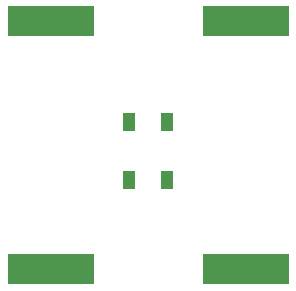
<source format=gbr>
G04 #@! TF.GenerationSoftware,KiCad,Pcbnew,(5.1.9)-1*
G04 #@! TF.CreationDate,2021-05-25T21:01:34+02:00*
G04 #@! TF.ProjectId,Omamori,4f6d616d-6f72-4692-9e6b-696361645f70,rev?*
G04 #@! TF.SameCoordinates,Original*
G04 #@! TF.FileFunction,Paste,Top*
G04 #@! TF.FilePolarity,Positive*
%FSLAX46Y46*%
G04 Gerber Fmt 4.6, Leading zero omitted, Abs format (unit mm)*
G04 Created by KiCad (PCBNEW (5.1.9)-1) date 2021-05-25 21:01:34*
%MOMM*%
%LPD*%
G01*
G04 APERTURE LIST*
%ADD10R,7.400000X2.500000*%
%ADD11R,1.000000X1.500000*%
G04 APERTURE END LIST*
D10*
X16750000Y-19500000D03*
X16750000Y-40500000D03*
X33250000Y-19500000D03*
X33250000Y-40500000D03*
D11*
X26600000Y-28050000D03*
X23400000Y-28050000D03*
X26600000Y-32950000D03*
X23400000Y-32950000D03*
M02*

</source>
